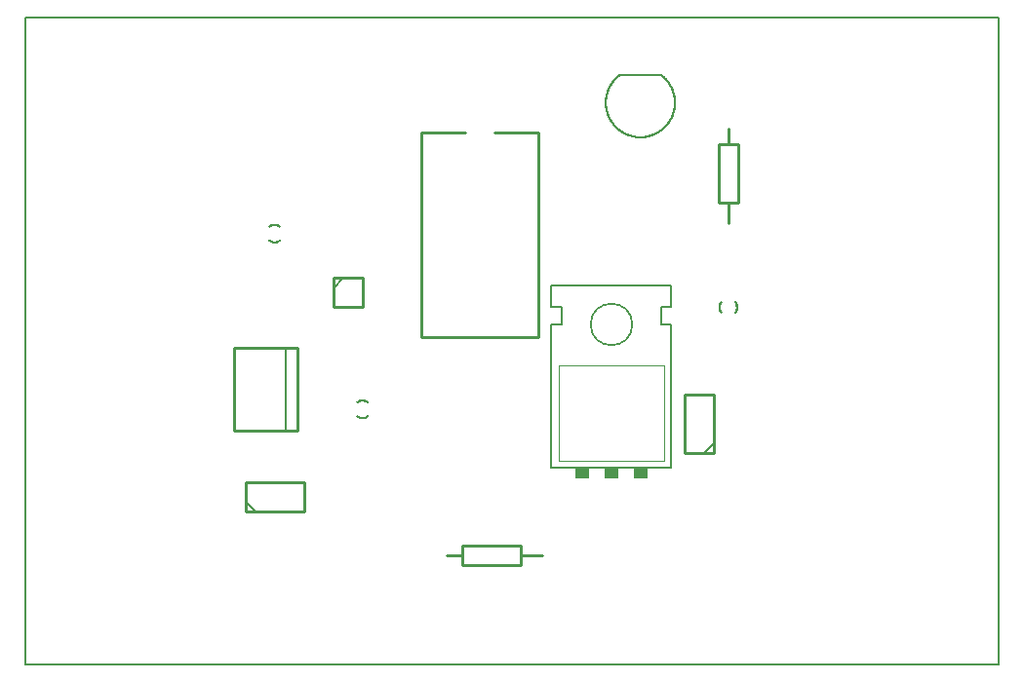
<source format=gto>
G04 MADE WITH FRITZING*
G04 WWW.FRITZING.ORG*
G04 SINGLE SIDED*
G04 HOLES NOT PLATED*
G04 CONTOUR ON CENTER OF CONTOUR VECTOR*
%ASAXBY*%
%FSLAX23Y23*%
%MOIN*%
%OFA0B0*%
%SFA1.0B1.0*%
%ADD10C,0.148000X0.136*%
%ADD11R,3.333330X2.222220X3.317330X2.206220*%
%ADD12C,0.008000*%
%ADD13R,0.050000X0.035000*%
%ADD14C,0.010000*%
%ADD15C,0.005000*%
%ADD16C,0.006000*%
%ADD17C,0.002000*%
%ADD18C,0.007874*%
%ADD19R,0.001000X0.001000*%
%LNSILK1*%
G90*
G70*
G54D10*
X2006Y1167D03*
G54D12*
X4Y2218D02*
X3329Y2218D01*
X3329Y4D01*
X4Y4D01*
X4Y2218D01*
D02*
G54D13*
X2106Y659D03*
X2006Y659D03*
X1906Y659D03*
G54D14*
X1357Y1826D02*
X1357Y1126D01*
D02*
X1357Y1126D02*
X1757Y1126D01*
D02*
X1757Y1126D02*
X1757Y1826D01*
D02*
X1357Y1826D02*
X1507Y1826D01*
D02*
X1607Y1826D02*
X1757Y1826D01*
D02*
X1769Y377D02*
X1697Y377D01*
D02*
X1497Y377D02*
X1444Y377D01*
D02*
X1697Y344D02*
X1497Y344D01*
D02*
X1497Y344D02*
X1497Y410D01*
D02*
X1497Y410D02*
X1697Y410D01*
D02*
X1697Y410D02*
X1697Y344D01*
D02*
X2407Y1513D02*
X2407Y1585D01*
D02*
X2407Y1785D02*
X2407Y1838D01*
D02*
X2374Y1585D02*
X2374Y1785D01*
D02*
X2374Y1785D02*
X2440Y1785D01*
D02*
X2440Y1785D02*
X2440Y1585D01*
D02*
X2440Y1585D02*
X2374Y1585D01*
D02*
X1056Y1327D02*
X1056Y1227D01*
D02*
X1056Y1227D02*
X1156Y1227D01*
D02*
X1156Y1227D02*
X1156Y1327D01*
D02*
X1156Y1327D02*
X1056Y1327D01*
G54D15*
D02*
X1056Y1292D02*
X1091Y1327D01*
G54D14*
D02*
X2357Y727D02*
X2357Y927D01*
D02*
X2357Y927D02*
X2257Y927D01*
D02*
X2257Y927D02*
X2257Y727D01*
D02*
X2257Y727D02*
X2357Y727D01*
G54D15*
D02*
X2357Y762D02*
X2322Y727D01*
G54D14*
D02*
X718Y1088D02*
X718Y803D01*
D02*
X718Y803D02*
X934Y803D01*
D02*
X934Y803D02*
X934Y1088D01*
D02*
X934Y1088D02*
X718Y1088D01*
G54D15*
D02*
X894Y803D02*
X894Y1088D01*
G54D14*
D02*
X756Y527D02*
X956Y527D01*
D02*
X956Y527D02*
X956Y627D01*
D02*
X956Y627D02*
X756Y627D01*
D02*
X756Y627D02*
X756Y527D01*
G54D15*
D02*
X791Y527D02*
X756Y562D01*
G54D16*
D02*
X1801Y677D02*
X2211Y677D01*
D02*
X2211Y1302D02*
X1801Y1302D01*
D02*
X2211Y677D02*
X2211Y1167D01*
D02*
X2211Y1167D02*
X2176Y1167D01*
D02*
X2176Y1167D02*
X2176Y1227D01*
D02*
X2176Y1227D02*
X2211Y1227D01*
D02*
X2211Y1227D02*
X2211Y1302D01*
D02*
X1801Y677D02*
X1801Y1167D01*
D02*
X1801Y1167D02*
X1836Y1167D01*
D02*
X1836Y1167D02*
X1836Y1227D01*
D02*
X1836Y1227D02*
X1801Y1227D01*
D02*
X1801Y1227D02*
X1801Y1302D01*
G54D17*
D02*
X1826Y702D02*
X2186Y702D01*
D02*
X2186Y1027D02*
X2186Y702D01*
D02*
X2186Y1027D02*
X1826Y1027D01*
D02*
X1826Y702D02*
X1826Y1027D01*
G54D18*
X2177Y2021D02*
X2035Y2021D01*
D02*
G54D19*
X2033Y2024D02*
X2037Y2024D01*
X2175Y2024D02*
X2178Y2024D01*
X2032Y2023D02*
X2037Y2023D01*
X2174Y2023D02*
X2179Y2023D01*
X2030Y2022D02*
X2038Y2022D01*
X2174Y2022D02*
X2181Y2022D01*
X2029Y2021D02*
X2038Y2021D01*
X2173Y2021D02*
X2182Y2021D01*
X2028Y2020D02*
X2038Y2020D01*
X2173Y2020D02*
X2183Y2020D01*
X2027Y2019D02*
X2038Y2019D01*
X2174Y2019D02*
X2184Y2019D01*
X2026Y2018D02*
X2037Y2018D01*
X2174Y2018D02*
X2186Y2018D01*
X2024Y2017D02*
X2036Y2017D01*
X2175Y2017D02*
X2187Y2017D01*
X2023Y2016D02*
X2035Y2016D01*
X2177Y2016D02*
X2188Y2016D01*
X2022Y2015D02*
X2033Y2015D01*
X2178Y2015D02*
X2189Y2015D01*
X2021Y2014D02*
X2032Y2014D01*
X2179Y2014D02*
X2190Y2014D01*
X2020Y2013D02*
X2031Y2013D01*
X2180Y2013D02*
X2191Y2013D01*
X2019Y2012D02*
X2030Y2012D01*
X2181Y2012D02*
X2192Y2012D01*
X2018Y2011D02*
X2029Y2011D01*
X2183Y2011D02*
X2193Y2011D01*
X2017Y2010D02*
X2027Y2010D01*
X2184Y2010D02*
X2194Y2010D01*
X2016Y2009D02*
X2026Y2009D01*
X2185Y2009D02*
X2195Y2009D01*
X2015Y2008D02*
X2025Y2008D01*
X2186Y2008D02*
X2196Y2008D01*
X2015Y2007D02*
X2024Y2007D01*
X2187Y2007D02*
X2197Y2007D01*
X2014Y2006D02*
X2023Y2006D01*
X2188Y2006D02*
X2197Y2006D01*
X2013Y2005D02*
X2022Y2005D01*
X2189Y2005D02*
X2198Y2005D01*
X2012Y2004D02*
X2021Y2004D01*
X2190Y2004D02*
X2199Y2004D01*
X2011Y2003D02*
X2021Y2003D01*
X2191Y2003D02*
X2200Y2003D01*
X2010Y2002D02*
X2020Y2002D01*
X2192Y2002D02*
X2201Y2002D01*
X2010Y2001D02*
X2019Y2001D01*
X2192Y2001D02*
X2201Y2001D01*
X2009Y2000D02*
X2018Y2000D01*
X2193Y2000D02*
X2202Y2000D01*
X2008Y1999D02*
X2017Y1999D01*
X2194Y1999D02*
X2203Y1999D01*
X2007Y1998D02*
X2016Y1998D01*
X2195Y1998D02*
X2204Y1998D01*
X2007Y1997D02*
X2015Y1997D01*
X2196Y1997D02*
X2204Y1997D01*
X2006Y1996D02*
X2015Y1996D01*
X2197Y1996D02*
X2205Y1996D01*
X2005Y1995D02*
X2014Y1995D01*
X2197Y1995D02*
X2206Y1995D01*
X2005Y1994D02*
X2013Y1994D01*
X2198Y1994D02*
X2207Y1994D01*
X2004Y1993D02*
X2012Y1993D01*
X2199Y1993D02*
X2207Y1993D01*
X2003Y1992D02*
X2012Y1992D01*
X2200Y1992D02*
X2208Y1992D01*
X2003Y1991D02*
X2011Y1991D01*
X2200Y1991D02*
X2208Y1991D01*
X2002Y1990D02*
X2010Y1990D01*
X2201Y1990D02*
X2209Y1990D01*
X2001Y1989D02*
X2010Y1989D01*
X2202Y1989D02*
X2210Y1989D01*
X2001Y1988D02*
X2009Y1988D01*
X2202Y1988D02*
X2210Y1988D01*
X2000Y1987D02*
X2008Y1987D01*
X2203Y1987D02*
X2211Y1987D01*
X2000Y1986D02*
X2008Y1986D01*
X2203Y1986D02*
X2211Y1986D01*
X1999Y1985D02*
X2007Y1985D01*
X2204Y1985D02*
X2212Y1985D01*
X1999Y1984D02*
X2007Y1984D01*
X2205Y1984D02*
X2213Y1984D01*
X1998Y1983D02*
X2006Y1983D01*
X2205Y1983D02*
X2213Y1983D01*
X1998Y1982D02*
X2005Y1982D01*
X2206Y1982D02*
X2214Y1982D01*
X1997Y1981D02*
X2005Y1981D01*
X2206Y1981D02*
X2214Y1981D01*
X1997Y1980D02*
X2004Y1980D01*
X2207Y1980D02*
X2215Y1980D01*
X1996Y1979D02*
X2004Y1979D01*
X2207Y1979D02*
X2215Y1979D01*
X1996Y1978D02*
X2003Y1978D01*
X2208Y1978D02*
X2216Y1978D01*
X1995Y1977D02*
X2003Y1977D01*
X2208Y1977D02*
X2216Y1977D01*
X1995Y1976D02*
X2002Y1976D01*
X2209Y1976D02*
X2216Y1976D01*
X1994Y1975D02*
X2002Y1975D01*
X2209Y1975D02*
X2217Y1975D01*
X1994Y1974D02*
X2001Y1974D01*
X2210Y1974D02*
X2217Y1974D01*
X1993Y1973D02*
X2001Y1973D01*
X2210Y1973D02*
X2218Y1973D01*
X1993Y1972D02*
X2000Y1972D01*
X2211Y1972D02*
X2218Y1972D01*
X1993Y1971D02*
X2000Y1971D01*
X2211Y1971D02*
X2219Y1971D01*
X1992Y1970D02*
X2000Y1970D01*
X2212Y1970D02*
X2219Y1970D01*
X1992Y1969D02*
X1999Y1969D01*
X2212Y1969D02*
X2219Y1969D01*
X1991Y1968D02*
X1999Y1968D01*
X2212Y1968D02*
X2220Y1968D01*
X1991Y1967D02*
X1998Y1967D01*
X2213Y1967D02*
X2220Y1967D01*
X1991Y1966D02*
X1998Y1966D01*
X2213Y1966D02*
X2220Y1966D01*
X1990Y1965D02*
X1998Y1965D01*
X2213Y1965D02*
X2221Y1965D01*
X1990Y1964D02*
X1997Y1964D01*
X2214Y1964D02*
X2221Y1964D01*
X1990Y1963D02*
X1997Y1963D01*
X2214Y1963D02*
X2221Y1963D01*
X1989Y1962D02*
X1997Y1962D01*
X2215Y1962D02*
X2222Y1962D01*
X1989Y1961D02*
X1996Y1961D01*
X2215Y1961D02*
X2222Y1961D01*
X1989Y1960D02*
X1996Y1960D01*
X2215Y1960D02*
X2222Y1960D01*
X1989Y1959D02*
X1996Y1959D01*
X2215Y1959D02*
X2223Y1959D01*
X1988Y1958D02*
X1995Y1958D01*
X2216Y1958D02*
X2223Y1958D01*
X1988Y1957D02*
X1995Y1957D01*
X2216Y1957D02*
X2223Y1957D01*
X1988Y1956D02*
X1995Y1956D01*
X2216Y1956D02*
X2223Y1956D01*
X1988Y1955D02*
X1994Y1955D01*
X2217Y1955D02*
X2224Y1955D01*
X1987Y1954D02*
X1994Y1954D01*
X2217Y1954D02*
X2224Y1954D01*
X1987Y1953D02*
X1994Y1953D01*
X2217Y1953D02*
X2224Y1953D01*
X1987Y1952D02*
X1994Y1952D01*
X2217Y1952D02*
X2224Y1952D01*
X1987Y1951D02*
X1994Y1951D01*
X2217Y1951D02*
X2225Y1951D01*
X1986Y1950D02*
X1993Y1950D01*
X2218Y1950D02*
X2225Y1950D01*
X1986Y1949D02*
X1993Y1949D01*
X2218Y1949D02*
X2225Y1949D01*
X1986Y1948D02*
X1993Y1948D01*
X2218Y1948D02*
X2225Y1948D01*
X1986Y1947D02*
X1993Y1947D01*
X2218Y1947D02*
X2225Y1947D01*
X1986Y1946D02*
X1993Y1946D01*
X2218Y1946D02*
X2225Y1946D01*
X1986Y1945D02*
X1992Y1945D01*
X2219Y1945D02*
X2226Y1945D01*
X1985Y1944D02*
X1992Y1944D01*
X2219Y1944D02*
X2226Y1944D01*
X1985Y1943D02*
X1992Y1943D01*
X2219Y1943D02*
X2226Y1943D01*
X1985Y1942D02*
X1992Y1942D01*
X2219Y1942D02*
X2226Y1942D01*
X1985Y1941D02*
X1992Y1941D01*
X2219Y1941D02*
X2226Y1941D01*
X1985Y1940D02*
X1992Y1940D01*
X2219Y1940D02*
X2226Y1940D01*
X1985Y1939D02*
X1992Y1939D01*
X2219Y1939D02*
X2226Y1939D01*
X1985Y1938D02*
X1991Y1938D01*
X2220Y1938D02*
X2227Y1938D01*
X1985Y1937D02*
X1991Y1937D01*
X2220Y1937D02*
X2227Y1937D01*
X1984Y1936D02*
X1991Y1936D01*
X2220Y1936D02*
X2227Y1936D01*
X1984Y1935D02*
X1991Y1935D01*
X2220Y1935D02*
X2227Y1935D01*
X1984Y1934D02*
X1991Y1934D01*
X2220Y1934D02*
X2227Y1934D01*
X1984Y1933D02*
X1991Y1933D01*
X2220Y1933D02*
X2227Y1933D01*
X1984Y1932D02*
X1991Y1932D01*
X2220Y1932D02*
X2227Y1932D01*
X1984Y1931D02*
X1991Y1931D01*
X2220Y1931D02*
X2227Y1931D01*
X1984Y1930D02*
X1991Y1930D01*
X2220Y1930D02*
X2227Y1930D01*
X1984Y1929D02*
X1991Y1929D01*
X2220Y1929D02*
X2227Y1929D01*
X1984Y1928D02*
X1991Y1928D01*
X2220Y1928D02*
X2227Y1928D01*
X1984Y1927D02*
X1991Y1927D01*
X2220Y1927D02*
X2227Y1927D01*
X1984Y1926D02*
X1991Y1926D01*
X2220Y1926D02*
X2227Y1926D01*
X1984Y1925D02*
X1991Y1925D01*
X2220Y1925D02*
X2227Y1925D01*
X1984Y1924D02*
X1991Y1924D01*
X2220Y1924D02*
X2227Y1924D01*
X1984Y1923D02*
X1991Y1923D01*
X2220Y1923D02*
X2227Y1923D01*
X1984Y1922D02*
X1991Y1922D01*
X2220Y1922D02*
X2227Y1922D01*
X1984Y1921D02*
X1991Y1921D01*
X2220Y1921D02*
X2227Y1921D01*
X1984Y1920D02*
X1991Y1920D01*
X2220Y1920D02*
X2227Y1920D01*
X1984Y1919D02*
X1991Y1919D01*
X2220Y1919D02*
X2227Y1919D01*
X1984Y1918D02*
X1991Y1918D01*
X2220Y1918D02*
X2227Y1918D01*
X1984Y1917D02*
X1991Y1917D01*
X2220Y1917D02*
X2227Y1917D01*
X1984Y1916D02*
X1991Y1916D01*
X2220Y1916D02*
X2227Y1916D01*
X1985Y1915D02*
X1991Y1915D01*
X2220Y1915D02*
X2227Y1915D01*
X1985Y1914D02*
X1992Y1914D01*
X2220Y1914D02*
X2226Y1914D01*
X1985Y1913D02*
X1992Y1913D01*
X2219Y1913D02*
X2226Y1913D01*
X1985Y1912D02*
X1992Y1912D01*
X2219Y1912D02*
X2226Y1912D01*
X1985Y1911D02*
X1992Y1911D01*
X2219Y1911D02*
X2226Y1911D01*
X1985Y1910D02*
X1992Y1910D01*
X2219Y1910D02*
X2226Y1910D01*
X1985Y1909D02*
X1992Y1909D01*
X2219Y1909D02*
X2226Y1909D01*
X1985Y1908D02*
X1992Y1908D01*
X2219Y1908D02*
X2226Y1908D01*
X1986Y1907D02*
X1993Y1907D01*
X2219Y1907D02*
X2225Y1907D01*
X1986Y1906D02*
X1993Y1906D01*
X2218Y1906D02*
X2225Y1906D01*
X1986Y1905D02*
X1993Y1905D01*
X2218Y1905D02*
X2225Y1905D01*
X1986Y1904D02*
X1993Y1904D01*
X2218Y1904D02*
X2225Y1904D01*
X1986Y1903D02*
X1993Y1903D01*
X2218Y1903D02*
X2225Y1903D01*
X1986Y1902D02*
X1994Y1902D01*
X2218Y1902D02*
X2225Y1902D01*
X1987Y1901D02*
X1994Y1901D01*
X2217Y1901D02*
X2224Y1901D01*
X1987Y1900D02*
X1994Y1900D01*
X2217Y1900D02*
X2224Y1900D01*
X1987Y1899D02*
X1994Y1899D01*
X2217Y1899D02*
X2224Y1899D01*
X1987Y1898D02*
X1994Y1898D01*
X2217Y1898D02*
X2224Y1898D01*
X1988Y1897D02*
X1995Y1897D01*
X2216Y1897D02*
X2223Y1897D01*
X1988Y1896D02*
X1995Y1896D01*
X2216Y1896D02*
X2223Y1896D01*
X1988Y1895D02*
X1995Y1895D01*
X2216Y1895D02*
X2223Y1895D01*
X1988Y1894D02*
X1996Y1894D01*
X2216Y1894D02*
X2223Y1894D01*
X1989Y1893D02*
X1996Y1893D01*
X2215Y1893D02*
X2222Y1893D01*
X1989Y1892D02*
X1996Y1892D01*
X2215Y1892D02*
X2222Y1892D01*
X1989Y1891D02*
X1996Y1891D01*
X2215Y1891D02*
X2222Y1891D01*
X1990Y1890D02*
X1997Y1890D01*
X2214Y1890D02*
X2221Y1890D01*
X1990Y1889D02*
X1997Y1889D01*
X2214Y1889D02*
X2221Y1889D01*
X1990Y1888D02*
X1997Y1888D01*
X2214Y1888D02*
X2221Y1888D01*
X1991Y1887D02*
X1998Y1887D01*
X2213Y1887D02*
X2221Y1887D01*
X1991Y1886D02*
X1998Y1886D01*
X2213Y1886D02*
X2220Y1886D01*
X1991Y1885D02*
X1999Y1885D01*
X2213Y1885D02*
X2220Y1885D01*
X1992Y1884D02*
X1999Y1884D01*
X2212Y1884D02*
X2219Y1884D01*
X1992Y1883D02*
X1999Y1883D01*
X2212Y1883D02*
X2219Y1883D01*
X1992Y1882D02*
X2000Y1882D01*
X2211Y1882D02*
X2219Y1882D01*
X1993Y1881D02*
X2000Y1881D01*
X2211Y1881D02*
X2218Y1881D01*
X1993Y1880D02*
X2001Y1880D01*
X2210Y1880D02*
X2218Y1880D01*
X1994Y1879D02*
X2001Y1879D01*
X2210Y1879D02*
X2218Y1879D01*
X1994Y1878D02*
X2002Y1878D01*
X2210Y1878D02*
X2217Y1878D01*
X1994Y1877D02*
X2002Y1877D01*
X2209Y1877D02*
X2217Y1877D01*
X1995Y1876D02*
X2003Y1876D01*
X2209Y1876D02*
X2216Y1876D01*
X1995Y1875D02*
X2003Y1875D01*
X2208Y1875D02*
X2216Y1875D01*
X1996Y1874D02*
X2003Y1874D01*
X2208Y1874D02*
X2215Y1874D01*
X1996Y1873D02*
X2004Y1873D01*
X2207Y1873D02*
X2215Y1873D01*
X1997Y1872D02*
X2005Y1872D01*
X2207Y1872D02*
X2214Y1872D01*
X1997Y1871D02*
X2005Y1871D01*
X2206Y1871D02*
X2214Y1871D01*
X1998Y1870D02*
X2006Y1870D01*
X2205Y1870D02*
X2213Y1870D01*
X1998Y1869D02*
X2006Y1869D01*
X2205Y1869D02*
X2213Y1869D01*
X1999Y1868D02*
X2007Y1868D01*
X2204Y1868D02*
X2212Y1868D01*
X1999Y1867D02*
X2007Y1867D01*
X2204Y1867D02*
X2212Y1867D01*
X2000Y1866D02*
X2008Y1866D01*
X2203Y1866D02*
X2211Y1866D01*
X2001Y1865D02*
X2009Y1865D01*
X2202Y1865D02*
X2211Y1865D01*
X2001Y1864D02*
X2009Y1864D01*
X2202Y1864D02*
X2210Y1864D01*
X2002Y1863D02*
X2010Y1863D01*
X2201Y1863D02*
X2209Y1863D01*
X2002Y1862D02*
X2011Y1862D01*
X2200Y1862D02*
X2209Y1862D01*
X2003Y1861D02*
X2011Y1861D01*
X2200Y1861D02*
X2208Y1861D01*
X2004Y1860D02*
X2012Y1860D01*
X2199Y1860D02*
X2207Y1860D01*
X2004Y1859D02*
X2013Y1859D01*
X2198Y1859D02*
X2207Y1859D01*
X2005Y1858D02*
X2014Y1858D01*
X2198Y1858D02*
X2206Y1858D01*
X2006Y1857D02*
X2014Y1857D01*
X2197Y1857D02*
X2205Y1857D01*
X2006Y1856D02*
X2015Y1856D01*
X2196Y1856D02*
X2205Y1856D01*
X2007Y1855D02*
X2016Y1855D01*
X2195Y1855D02*
X2204Y1855D01*
X2008Y1854D02*
X2017Y1854D01*
X2194Y1854D02*
X2203Y1854D01*
X2009Y1853D02*
X2017Y1853D01*
X2194Y1853D02*
X2203Y1853D01*
X2009Y1852D02*
X2018Y1852D01*
X2193Y1852D02*
X2202Y1852D01*
X2010Y1851D02*
X2019Y1851D01*
X2192Y1851D02*
X2201Y1851D01*
X2011Y1850D02*
X2020Y1850D01*
X2191Y1850D02*
X2200Y1850D01*
X2012Y1849D02*
X2021Y1849D01*
X2190Y1849D02*
X2199Y1849D01*
X2013Y1848D02*
X2022Y1848D01*
X2189Y1848D02*
X2199Y1848D01*
X2013Y1847D02*
X2023Y1847D01*
X2188Y1847D02*
X2198Y1847D01*
X2014Y1846D02*
X2024Y1846D01*
X2187Y1846D02*
X2197Y1846D01*
X2015Y1845D02*
X2025Y1845D01*
X2186Y1845D02*
X2196Y1845D01*
X2016Y1844D02*
X2026Y1844D01*
X2185Y1844D02*
X2195Y1844D01*
X2017Y1843D02*
X2027Y1843D01*
X2184Y1843D02*
X2194Y1843D01*
X2018Y1842D02*
X2028Y1842D01*
X2183Y1842D02*
X2193Y1842D01*
X2019Y1841D02*
X2029Y1841D01*
X2182Y1841D02*
X2192Y1841D01*
X2020Y1840D02*
X2030Y1840D01*
X2181Y1840D02*
X2191Y1840D01*
X2021Y1839D02*
X2031Y1839D01*
X2180Y1839D02*
X2190Y1839D01*
X2022Y1838D02*
X2033Y1838D01*
X2178Y1838D02*
X2189Y1838D01*
X2023Y1837D02*
X2034Y1837D01*
X2177Y1837D02*
X2188Y1837D01*
X2024Y1836D02*
X2035Y1836D01*
X2176Y1836D02*
X2187Y1836D01*
X2025Y1835D02*
X2037Y1835D01*
X2175Y1835D02*
X2186Y1835D01*
X2026Y1834D02*
X2038Y1834D01*
X2173Y1834D02*
X2185Y1834D01*
X2027Y1833D02*
X2039Y1833D01*
X2172Y1833D02*
X2184Y1833D01*
X2029Y1832D02*
X2041Y1832D01*
X2170Y1832D02*
X2182Y1832D01*
X2030Y1831D02*
X2042Y1831D01*
X2169Y1831D02*
X2181Y1831D01*
X2031Y1830D02*
X2044Y1830D01*
X2168Y1830D02*
X2180Y1830D01*
X2032Y1829D02*
X2045Y1829D01*
X2166Y1829D02*
X2179Y1829D01*
X2034Y1828D02*
X2047Y1828D01*
X2164Y1828D02*
X2177Y1828D01*
X2035Y1827D02*
X2049Y1827D01*
X2163Y1827D02*
X2176Y1827D01*
X2037Y1826D02*
X2050Y1826D01*
X2161Y1826D02*
X2174Y1826D01*
X2038Y1825D02*
X2052Y1825D01*
X2159Y1825D02*
X2173Y1825D01*
X2040Y1824D02*
X2054Y1824D01*
X2157Y1824D02*
X2171Y1824D01*
X2041Y1823D02*
X2056Y1823D01*
X2155Y1823D02*
X2170Y1823D01*
X2043Y1822D02*
X2059Y1822D01*
X2153Y1822D02*
X2168Y1822D01*
X2044Y1821D02*
X2061Y1821D01*
X2150Y1821D02*
X2167Y1821D01*
X2046Y1820D02*
X2063Y1820D01*
X2148Y1820D02*
X2165Y1820D01*
X2048Y1819D02*
X2066Y1819D01*
X2145Y1819D02*
X2163Y1819D01*
X2050Y1818D02*
X2069Y1818D01*
X2142Y1818D02*
X2161Y1818D01*
X2052Y1817D02*
X2072Y1817D01*
X2139Y1817D02*
X2159Y1817D01*
X2054Y1816D02*
X2075Y1816D01*
X2135Y1816D02*
X2157Y1816D01*
X2056Y1815D02*
X2079Y1815D01*
X2131Y1815D02*
X2155Y1815D01*
X2058Y1814D02*
X2084Y1814D01*
X2126Y1814D02*
X2153Y1814D01*
X2061Y1813D02*
X2091Y1813D01*
X2120Y1813D02*
X2150Y1813D01*
X2063Y1812D02*
X2148Y1812D01*
X2066Y1811D02*
X2145Y1811D01*
X2069Y1810D02*
X2142Y1810D01*
X2073Y1809D02*
X2139Y1809D01*
X2076Y1808D02*
X2135Y1808D01*
X2081Y1807D02*
X2130Y1807D01*
X2086Y1806D02*
X2125Y1806D01*
X2093Y1805D02*
X2118Y1805D01*
X854Y1512D02*
X857Y1512D01*
X847Y1511D02*
X863Y1511D01*
X844Y1510D02*
X866Y1510D01*
X841Y1509D02*
X869Y1509D01*
X839Y1508D02*
X871Y1508D01*
X838Y1507D02*
X872Y1507D01*
X836Y1506D02*
X874Y1506D01*
X835Y1505D02*
X875Y1505D01*
X835Y1504D02*
X850Y1504D01*
X860Y1504D02*
X876Y1504D01*
X834Y1503D02*
X846Y1503D01*
X864Y1503D02*
X876Y1503D01*
X834Y1502D02*
X844Y1502D01*
X866Y1502D02*
X876Y1502D01*
X835Y1501D02*
X842Y1501D01*
X868Y1501D02*
X876Y1501D01*
X835Y1500D02*
X841Y1500D01*
X869Y1500D02*
X875Y1500D01*
X836Y1499D02*
X839Y1499D01*
X871Y1499D02*
X874Y1499D01*
X837Y1458D02*
X838Y1458D01*
X872Y1458D02*
X873Y1458D01*
X835Y1457D02*
X840Y1457D01*
X870Y1457D02*
X875Y1457D01*
X835Y1456D02*
X842Y1456D01*
X869Y1456D02*
X875Y1456D01*
X834Y1455D02*
X843Y1455D01*
X867Y1455D02*
X876Y1455D01*
X834Y1454D02*
X845Y1454D01*
X865Y1454D02*
X876Y1454D01*
X834Y1453D02*
X848Y1453D01*
X862Y1453D02*
X876Y1453D01*
X835Y1452D02*
X875Y1452D01*
X836Y1451D02*
X874Y1451D01*
X837Y1450D02*
X873Y1450D01*
X839Y1449D02*
X871Y1449D01*
X840Y1448D02*
X870Y1448D01*
X843Y1447D02*
X867Y1447D01*
X846Y1446D02*
X865Y1446D01*
X850Y1445D02*
X860Y1445D01*
X2381Y1247D02*
X2383Y1247D01*
X2429Y1247D02*
X2431Y1247D01*
X2379Y1246D02*
X2384Y1246D01*
X2428Y1246D02*
X2433Y1246D01*
X2379Y1245D02*
X2385Y1245D01*
X2427Y1245D02*
X2433Y1245D01*
X2378Y1244D02*
X2385Y1244D01*
X2427Y1244D02*
X2434Y1244D01*
X2377Y1243D02*
X2385Y1243D01*
X2427Y1243D02*
X2435Y1243D01*
X2377Y1242D02*
X2385Y1242D01*
X2427Y1242D02*
X2435Y1242D01*
X2376Y1241D02*
X2385Y1241D01*
X2428Y1241D02*
X2436Y1241D01*
X2376Y1240D02*
X2384Y1240D01*
X2428Y1240D02*
X2436Y1240D01*
X2375Y1239D02*
X2383Y1239D01*
X2429Y1239D02*
X2437Y1239D01*
X2375Y1238D02*
X2383Y1238D01*
X2429Y1238D02*
X2437Y1238D01*
X2375Y1237D02*
X2382Y1237D01*
X2430Y1237D02*
X2437Y1237D01*
X2374Y1236D02*
X2382Y1236D01*
X2430Y1236D02*
X2438Y1236D01*
X2374Y1235D02*
X2381Y1235D01*
X2431Y1235D02*
X2438Y1235D01*
X2374Y1234D02*
X2381Y1234D01*
X2431Y1234D02*
X2438Y1234D01*
X2374Y1233D02*
X2380Y1233D01*
X2432Y1233D02*
X2439Y1233D01*
X2373Y1232D02*
X2380Y1232D01*
X2432Y1232D02*
X2439Y1232D01*
X2373Y1231D02*
X2380Y1231D01*
X2432Y1231D02*
X2439Y1231D01*
X2373Y1230D02*
X2380Y1230D01*
X2432Y1230D02*
X2439Y1230D01*
X2373Y1229D02*
X2380Y1229D01*
X2432Y1229D02*
X2439Y1229D01*
X2373Y1228D02*
X2379Y1228D01*
X2433Y1228D02*
X2439Y1228D01*
X2373Y1227D02*
X2379Y1227D01*
X2433Y1227D02*
X2439Y1227D01*
X2373Y1226D02*
X2379Y1226D01*
X2433Y1226D02*
X2439Y1226D01*
X2373Y1225D02*
X2379Y1225D01*
X2433Y1225D02*
X2439Y1225D01*
X2373Y1224D02*
X2379Y1224D01*
X2433Y1224D02*
X2439Y1224D01*
X2373Y1223D02*
X2380Y1223D01*
X2433Y1223D02*
X2439Y1223D01*
X2373Y1222D02*
X2380Y1222D01*
X2432Y1222D02*
X2439Y1222D01*
X2373Y1221D02*
X2380Y1221D01*
X2432Y1221D02*
X2439Y1221D01*
X2373Y1220D02*
X2380Y1220D01*
X2432Y1220D02*
X2439Y1220D01*
X2374Y1219D02*
X2380Y1219D01*
X2432Y1219D02*
X2439Y1219D01*
X2374Y1218D02*
X2381Y1218D01*
X2431Y1218D02*
X2438Y1218D01*
X2374Y1217D02*
X2381Y1217D01*
X2431Y1217D02*
X2438Y1217D01*
X2374Y1216D02*
X2382Y1216D01*
X2431Y1216D02*
X2438Y1216D01*
X2375Y1215D02*
X2382Y1215D01*
X2430Y1215D02*
X2438Y1215D01*
X2375Y1214D02*
X2383Y1214D01*
X2430Y1214D02*
X2437Y1214D01*
X2375Y1213D02*
X2383Y1213D01*
X2429Y1213D02*
X2437Y1213D01*
X2376Y1212D02*
X2384Y1212D01*
X2428Y1212D02*
X2436Y1212D01*
X2376Y1211D02*
X2384Y1211D01*
X2428Y1211D02*
X2436Y1211D01*
X2377Y1210D02*
X2385Y1210D01*
X2427Y1210D02*
X2435Y1210D01*
X2377Y1209D02*
X2385Y1209D01*
X2427Y1209D02*
X2435Y1209D01*
X2378Y1208D02*
X2385Y1208D01*
X2427Y1208D02*
X2434Y1208D01*
X2379Y1207D02*
X2385Y1207D01*
X2427Y1207D02*
X2433Y1207D01*
X2379Y1206D02*
X2384Y1206D01*
X2428Y1206D02*
X2433Y1206D01*
X2381Y1205D02*
X2383Y1205D01*
X2429Y1205D02*
X2432Y1205D01*
X1148Y910D02*
X1163Y910D01*
X1145Y909D02*
X1167Y909D01*
X1142Y908D02*
X1169Y908D01*
X1140Y907D02*
X1171Y907D01*
X1139Y906D02*
X1173Y906D01*
X1137Y905D02*
X1174Y905D01*
X1136Y904D02*
X1176Y904D01*
X1135Y903D02*
X1151Y903D01*
X1161Y903D02*
X1176Y903D01*
X1135Y902D02*
X1147Y902D01*
X1164Y902D02*
X1177Y902D01*
X1135Y901D02*
X1145Y901D01*
X1167Y901D02*
X1177Y901D01*
X1135Y900D02*
X1143Y900D01*
X1169Y900D02*
X1176Y900D01*
X1136Y899D02*
X1142Y899D01*
X1170Y899D02*
X1176Y899D01*
X1137Y898D02*
X1140Y898D01*
X1172Y898D02*
X1175Y898D01*
X1136Y856D02*
X1141Y856D01*
X1171Y856D02*
X1175Y856D01*
X1135Y855D02*
X1142Y855D01*
X1169Y855D02*
X1176Y855D01*
X1135Y854D02*
X1144Y854D01*
X1168Y854D02*
X1177Y854D01*
X1135Y853D02*
X1146Y853D01*
X1166Y853D02*
X1177Y853D01*
X1135Y852D02*
X1149Y852D01*
X1163Y852D02*
X1177Y852D01*
X1136Y851D02*
X1176Y851D01*
X1136Y850D02*
X1175Y850D01*
X1138Y849D02*
X1174Y849D01*
X1139Y848D02*
X1172Y848D01*
X1141Y847D02*
X1171Y847D01*
X1143Y846D02*
X1168Y846D01*
X1146Y845D02*
X1166Y845D01*
X1150Y844D02*
X1161Y844D01*
D02*
G04 End of Silk1*
M02*
</source>
